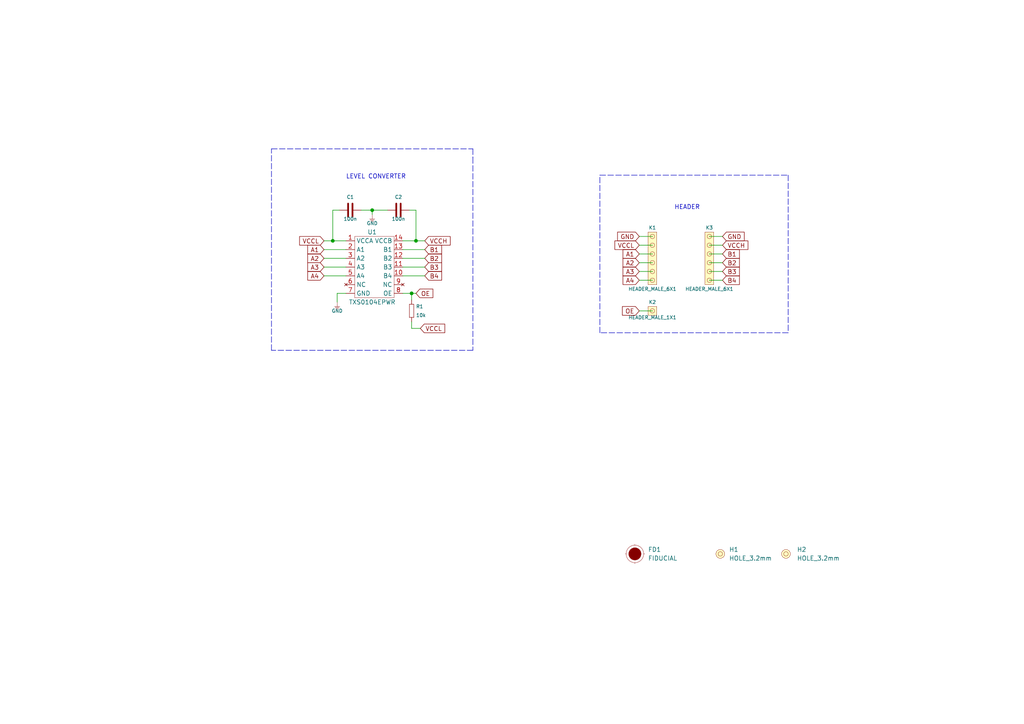
<source format=kicad_sch>
(kicad_sch (version 20211123) (generator eeschema)

  (uuid b92d3455-ff43-4e94-9eb5-f7f5d82b6c94)

  (paper "A4")

  (title_block
    (title "IC level converter")
    (date "2021-04-21")
    (rev "v1.0.0.")
    (company "SOLDERED")
    (comment 1 "333016")
  )

  (lib_symbols
    (symbol "e-radionica.com schematics:0603C" (pin_numbers hide) (pin_names (offset 0.002)) (in_bom yes) (on_board yes)
      (property "Reference" "C" (id 0) (at -0.635 3.175 0)
        (effects (font (size 1 1)))
      )
      (property "Value" "0603C" (id 1) (at 0 -3.175 0)
        (effects (font (size 1 1)))
      )
      (property "Footprint" "e-radionica.com footprinti:0603C" (id 2) (at 0 0 0)
        (effects (font (size 1 1)) hide)
      )
      (property "Datasheet" "" (id 3) (at 0 0 0)
        (effects (font (size 1 1)) hide)
      )
      (symbol "0603C_0_1"
        (polyline
          (pts
            (xy -0.635 1.905)
            (xy -0.635 -1.905)
          )
          (stroke (width 0.5) (type default) (color 0 0 0 0))
          (fill (type none))
        )
        (polyline
          (pts
            (xy 0.635 1.905)
            (xy 0.635 -1.905)
          )
          (stroke (width 0.5) (type default) (color 0 0 0 0))
          (fill (type none))
        )
      )
      (symbol "0603C_1_1"
        (pin passive line (at -3.175 0 0) (length 2.54)
          (name "~" (effects (font (size 1.27 1.27))))
          (number "1" (effects (font (size 1.27 1.27))))
        )
        (pin passive line (at 3.175 0 180) (length 2.54)
          (name "~" (effects (font (size 1.27 1.27))))
          (number "2" (effects (font (size 1.27 1.27))))
        )
      )
    )
    (symbol "e-radionica.com schematics:0603R" (pin_numbers hide) (pin_names (offset 0.254)) (in_bom yes) (on_board yes)
      (property "Reference" "R" (id 0) (at -1.905 1.905 0)
        (effects (font (size 1 1)))
      )
      (property "Value" "0603R" (id 1) (at 0 -1.905 0)
        (effects (font (size 1 1)))
      )
      (property "Footprint" "e-radionica.com footprinti:0603R" (id 2) (at -0.635 1.905 0)
        (effects (font (size 1 1)) hide)
      )
      (property "Datasheet" "" (id 3) (at -0.635 1.905 0)
        (effects (font (size 1 1)) hide)
      )
      (symbol "0603R_0_1"
        (rectangle (start -1.905 -0.635) (end 1.905 -0.6604)
          (stroke (width 0.1) (type default) (color 0 0 0 0))
          (fill (type none))
        )
        (rectangle (start -1.905 0.635) (end -1.8796 -0.635)
          (stroke (width 0.1) (type default) (color 0 0 0 0))
          (fill (type none))
        )
        (rectangle (start -1.905 0.635) (end 1.905 0.6096)
          (stroke (width 0.1) (type default) (color 0 0 0 0))
          (fill (type none))
        )
        (rectangle (start 1.905 0.635) (end 1.9304 -0.635)
          (stroke (width 0.1) (type default) (color 0 0 0 0))
          (fill (type none))
        )
      )
      (symbol "0603R_1_1"
        (pin passive line (at -3.175 0 0) (length 1.27)
          (name "~" (effects (font (size 1.27 1.27))))
          (number "1" (effects (font (size 1.27 1.27))))
        )
        (pin passive line (at 3.175 0 180) (length 1.27)
          (name "~" (effects (font (size 1.27 1.27))))
          (number "2" (effects (font (size 1.27 1.27))))
        )
      )
    )
    (symbol "e-radionica.com schematics:FIDUCIAL" (in_bom yes) (on_board yes)
      (property "Reference" "FD" (id 0) (at 0 3.81 0)
        (effects (font (size 1.27 1.27)))
      )
      (property "Value" "FIDUCIAL" (id 1) (at 0 -3.81 0)
        (effects (font (size 1.27 1.27)))
      )
      (property "Footprint" "e-radionica.com footprinti:FIDUCIAL_23" (id 2) (at 0.254 -5.334 0)
        (effects (font (size 1.27 1.27)) hide)
      )
      (property "Datasheet" "" (id 3) (at 0 0 0)
        (effects (font (size 1.27 1.27)) hide)
      )
      (symbol "FIDUCIAL_0_1"
        (polyline
          (pts
            (xy -2.54 0)
            (xy -2.794 0)
          )
          (stroke (width 0.0006) (type default) (color 0 0 0 0))
          (fill (type none))
        )
        (polyline
          (pts
            (xy 0 -2.54)
            (xy 0 -2.794)
          )
          (stroke (width 0.0006) (type default) (color 0 0 0 0))
          (fill (type none))
        )
        (polyline
          (pts
            (xy 0 2.54)
            (xy 0 2.794)
          )
          (stroke (width 0.0006) (type default) (color 0 0 0 0))
          (fill (type none))
        )
        (polyline
          (pts
            (xy 2.54 0)
            (xy 2.794 0)
          )
          (stroke (width 0.0006) (type default) (color 0 0 0 0))
          (fill (type none))
        )
        (circle (center 0 0) (radius 1.7961)
          (stroke (width 0.001) (type default) (color 0 0 0 0))
          (fill (type outline))
        )
        (circle (center 0 0) (radius 2.54)
          (stroke (width 0.0006) (type default) (color 0 0 0 0))
          (fill (type none))
        )
      )
    )
    (symbol "e-radionica.com schematics:GND" (power) (pin_names (offset 0)) (in_bom yes) (on_board yes)
      (property "Reference" "#PWR" (id 0) (at 4.445 0 0)
        (effects (font (size 1 1)) hide)
      )
      (property "Value" "GND" (id 1) (at 0 -2.921 0)
        (effects (font (size 1 1)))
      )
      (property "Footprint" "" (id 2) (at 4.445 3.81 0)
        (effects (font (size 1 1)) hide)
      )
      (property "Datasheet" "" (id 3) (at 4.445 3.81 0)
        (effects (font (size 1 1)) hide)
      )
      (property "ki_keywords" "power-flag" (id 4) (at 0 0 0)
        (effects (font (size 1.27 1.27)) hide)
      )
      (property "ki_description" "Power symbol creates a global label with name \"+3V3\"" (id 5) (at 0 0 0)
        (effects (font (size 1.27 1.27)) hide)
      )
      (symbol "GND_0_1"
        (polyline
          (pts
            (xy -0.762 -1.27)
            (xy 0.762 -1.27)
          )
          (stroke (width 0.0006) (type default) (color 0 0 0 0))
          (fill (type none))
        )
        (polyline
          (pts
            (xy -0.635 -1.524)
            (xy 0.635 -1.524)
          )
          (stroke (width 0.0006) (type default) (color 0 0 0 0))
          (fill (type none))
        )
        (polyline
          (pts
            (xy -0.381 -1.778)
            (xy 0.381 -1.778)
          )
          (stroke (width 0.0006) (type default) (color 0 0 0 0))
          (fill (type none))
        )
        (polyline
          (pts
            (xy -0.127 -2.032)
            (xy 0.127 -2.032)
          )
          (stroke (width 0.0006) (type default) (color 0 0 0 0))
          (fill (type none))
        )
        (polyline
          (pts
            (xy 0 0)
            (xy 0 -1.27)
          )
          (stroke (width 0.0006) (type default) (color 0 0 0 0))
          (fill (type none))
        )
      )
      (symbol "GND_1_1"
        (pin power_in line (at 0 0 270) (length 0) hide
          (name "GND" (effects (font (size 1.27 1.27))))
          (number "1" (effects (font (size 1.27 1.27))))
        )
      )
    )
    (symbol "e-radionica.com schematics:HEADER_MALE_1X1" (pin_numbers hide) (pin_names hide) (in_bom yes) (on_board yes)
      (property "Reference" "K" (id 0) (at -0.635 2.54 0)
        (effects (font (size 1 1)))
      )
      (property "Value" "HEADER_MALE_1X1" (id 1) (at 0 -2.54 0)
        (effects (font (size 1 1)))
      )
      (property "Footprint" "e-radionica.com footprinti:HEADER_MALE_1X1" (id 2) (at 0 0 0)
        (effects (font (size 1 1)) hide)
      )
      (property "Datasheet" "" (id 3) (at 0 0 0)
        (effects (font (size 1 1)) hide)
      )
      (symbol "HEADER_MALE_1X1_0_1"
        (rectangle (start -1.27 1.27) (end 1.27 -1.27)
          (stroke (width 0.001) (type default) (color 0 0 0 0))
          (fill (type background))
        )
        (circle (center 0 0) (radius 0.635)
          (stroke (width 0.0006) (type default) (color 0 0 0 0))
          (fill (type none))
        )
      )
      (symbol "HEADER_MALE_1X1_1_1"
        (pin passive line (at 0 0 180) (length 0)
          (name "~" (effects (font (size 1 1))))
          (number "1" (effects (font (size 1 1))))
        )
      )
    )
    (symbol "e-radionica.com schematics:HEADER_MALE_6X1" (pin_numbers hide) (pin_names hide) (in_bom yes) (on_board yes)
      (property "Reference" "K" (id 0) (at -0.635 10.16 0)
        (effects (font (size 1 1)))
      )
      (property "Value" "HEADER_MALE_6X1" (id 1) (at 1.27 -7.62 0)
        (effects (font (size 1 1)))
      )
      (property "Footprint" "e-radionica.com footprinti:HEADER_MALE_6X1" (id 2) (at 0 0 0)
        (effects (font (size 1 1)) hide)
      )
      (property "Datasheet" "" (id 3) (at 0 0 0)
        (effects (font (size 1 1)) hide)
      )
      (symbol "HEADER_MALE_6X1_0_1"
        (circle (center 0 -5.08) (radius 0.635)
          (stroke (width 0.0006) (type default) (color 0 0 0 0))
          (fill (type none))
        )
        (circle (center 0 -2.54) (radius 0.635)
          (stroke (width 0.0006) (type default) (color 0 0 0 0))
          (fill (type none))
        )
        (circle (center 0 0) (radius 0.635)
          (stroke (width 0.0006) (type default) (color 0 0 0 0))
          (fill (type none))
        )
        (circle (center 0 2.54) (radius 0.635)
          (stroke (width 0.0006) (type default) (color 0 0 0 0))
          (fill (type none))
        )
        (circle (center 0 5.08) (radius 0.635)
          (stroke (width 0.0006) (type default) (color 0 0 0 0))
          (fill (type none))
        )
        (circle (center 0 7.62) (radius 0.635)
          (stroke (width 0.0006) (type default) (color 0 0 0 0))
          (fill (type none))
        )
        (rectangle (start 1.27 -6.35) (end -1.27 8.89)
          (stroke (width 0.001) (type default) (color 0 0 0 0))
          (fill (type background))
        )
      )
      (symbol "HEADER_MALE_6X1_1_1"
        (pin passive line (at 0 -5.08 180) (length 0)
          (name "~" (effects (font (size 0.991 0.991))))
          (number "1" (effects (font (size 0.991 0.991))))
        )
        (pin passive line (at 0 -2.54 180) (length 0)
          (name "~" (effects (font (size 0.991 0.991))))
          (number "2" (effects (font (size 0.991 0.991))))
        )
        (pin passive line (at 0 0 180) (length 0)
          (name "~" (effects (font (size 0.991 0.991))))
          (number "3" (effects (font (size 0.991 0.991))))
        )
        (pin passive line (at 0 2.54 180) (length 0)
          (name "~" (effects (font (size 0.991 0.991))))
          (number "4" (effects (font (size 0.991 0.991))))
        )
        (pin passive line (at 0 5.08 180) (length 0)
          (name "~" (effects (font (size 0.991 0.991))))
          (number "5" (effects (font (size 0.991 0.991))))
        )
        (pin passive line (at 0 7.62 180) (length 0)
          (name "~" (effects (font (size 0.991 0.991))))
          (number "6" (effects (font (size 0.991 0.991))))
        )
      )
    )
    (symbol "e-radionica.com schematics:HOLE_3.2mm" (pin_numbers hide) (pin_names hide) (in_bom yes) (on_board yes)
      (property "Reference" "H" (id 0) (at 0 2.54 0)
        (effects (font (size 1.27 1.27)))
      )
      (property "Value" "HOLE_3.2mm" (id 1) (at 0 -2.54 0)
        (effects (font (size 1.27 1.27)))
      )
      (property "Footprint" "e-radionica.com footprinti:HOLE_3.2mm" (id 2) (at 0 0 0)
        (effects (font (size 1.27 1.27)) hide)
      )
      (property "Datasheet" "" (id 3) (at 0 0 0)
        (effects (font (size 1.27 1.27)) hide)
      )
      (symbol "HOLE_3.2mm_0_1"
        (circle (center 0 0) (radius 0.635)
          (stroke (width 0.0006) (type default) (color 0 0 0 0))
          (fill (type none))
        )
        (circle (center 0 0) (radius 1.27)
          (stroke (width 0.001) (type default) (color 0 0 0 0))
          (fill (type background))
        )
      )
    )
    (symbol "e-radionica.com schematics:TXB0104QPWRQ1" (in_bom yes) (on_board yes)
      (property "Reference" "U" (id 0) (at 0 8.89 0)
        (effects (font (size 1.27 1.27)))
      )
      (property "Value" "TXB0104QPWRQ1" (id 1) (at 0 -11.43 0)
        (effects (font (size 1.27 1.27)))
      )
      (property "Footprint" "e-radionica.com footprinti:TXB0104QPWRQ1" (id 2) (at 0 -13.97 0)
        (effects (font (size 1.27 1.27)) hide)
      )
      (property "Datasheet" "" (id 3) (at 0 0 0)
        (effects (font (size 1.27 1.27)) hide)
      )
      (symbol "TXB0104QPWRQ1_0_1"
        (rectangle (start -5.08 7.62) (end 6.35 -10.16)
          (stroke (width 0.0006) (type default) (color 0 0 0 0))
          (fill (type none))
        )
      )
      (symbol "TXB0104QPWRQ1_1_1"
        (pin power_in line (at -7.62 6.35 0) (length 2.54)
          (name "VCCA" (effects (font (size 1.27 1.27))))
          (number "1" (effects (font (size 1.27 1.27))))
        )
        (pin passive line (at 8.89 -3.81 180) (length 2.54)
          (name "B4" (effects (font (size 1.27 1.27))))
          (number "10" (effects (font (size 1.27 1.27))))
        )
        (pin passive line (at 8.89 -1.27 180) (length 2.54)
          (name "B3" (effects (font (size 1.27 1.27))))
          (number "11" (effects (font (size 1.27 1.27))))
        )
        (pin passive line (at 8.89 1.27 180) (length 2.54)
          (name "B2" (effects (font (size 1.27 1.27))))
          (number "12" (effects (font (size 1.27 1.27))))
        )
        (pin passive line (at 8.89 3.81 180) (length 2.54)
          (name "B1" (effects (font (size 1.27 1.27))))
          (number "13" (effects (font (size 1.27 1.27))))
        )
        (pin power_out line (at 8.89 6.35 180) (length 2.54)
          (name "VCCB" (effects (font (size 1.27 1.27))))
          (number "14" (effects (font (size 1.27 1.27))))
        )
        (pin passive line (at -7.62 3.81 0) (length 2.54)
          (name "A1" (effects (font (size 1.27 1.27))))
          (number "2" (effects (font (size 1.27 1.27))))
        )
        (pin passive line (at -7.62 1.27 0) (length 2.54)
          (name "A2" (effects (font (size 1.27 1.27))))
          (number "3" (effects (font (size 1.27 1.27))))
        )
        (pin passive line (at -7.62 -1.27 0) (length 2.54)
          (name "A3" (effects (font (size 1.27 1.27))))
          (number "4" (effects (font (size 1.27 1.27))))
        )
        (pin passive line (at -7.62 -3.81 0) (length 2.54)
          (name "A4" (effects (font (size 1.27 1.27))))
          (number "5" (effects (font (size 1.27 1.27))))
        )
        (pin no_connect line (at -7.62 -6.35 0) (length 2.54)
          (name "NC" (effects (font (size 1.27 1.27))))
          (number "6" (effects (font (size 1.27 1.27))))
        )
        (pin passive line (at -7.62 -8.89 0) (length 2.54)
          (name "GND" (effects (font (size 1.27 1.27))))
          (number "7" (effects (font (size 1.27 1.27))))
        )
        (pin passive line (at 8.89 -8.89 180) (length 2.54)
          (name "OE" (effects (font (size 1.27 1.27))))
          (number "8" (effects (font (size 1.27 1.27))))
        )
        (pin no_connect line (at 8.89 -6.35 180) (length 2.54)
          (name "NC" (effects (font (size 1.27 1.27))))
          (number "9" (effects (font (size 1.27 1.27))))
        )
      )
    )
  )

  (junction (at 107.95 60.96) (diameter 0.9144) (color 0 0 0 0)
    (uuid 2d6db888-4e40-41c8-b701-07170fc894bc)
  )
  (junction (at 120.65 69.85) (diameter 0.9144) (color 0 0 0 0)
    (uuid 5528bcad-2950-4673-90eb-c37e6952c475)
  )
  (junction (at 96.52 69.85) (diameter 0.9144) (color 0 0 0 0)
    (uuid 66043bca-a260-4915-9fce-8a51d324c687)
  )
  (junction (at 119.38 85.09) (diameter 0.9144) (color 0 0 0 0)
    (uuid 7bbf981c-a063-4e30-8911-e4228e1c0743)
  )

  (wire (pts (xy 118.745 60.96) (xy 120.65 60.96))
    (stroke (width 0) (type solid) (color 0 0 0 0))
    (uuid 08037e00-239d-44e0-ac5b-47db2a8353af)
  )
  (wire (pts (xy 120.65 60.96) (xy 120.65 69.85))
    (stroke (width 0) (type solid) (color 0 0 0 0))
    (uuid 08037e00-239d-44e0-ac5b-47db2a8353b0)
  )
  (wire (pts (xy 185.42 78.74) (xy 189.23 78.74))
    (stroke (width 0) (type solid) (color 0 0 0 0))
    (uuid 0d2a2b8e-9bbe-43a5-8da1-420d39b3b54e)
  )
  (wire (pts (xy 119.38 93.345) (xy 119.38 95.25))
    (stroke (width 0) (type solid) (color 0 0 0 0))
    (uuid 0d6f86c1-924f-4cc9-8be3-d97e13daf9ad)
  )
  (wire (pts (xy 205.74 71.12) (xy 209.55 71.12))
    (stroke (width 0) (type solid) (color 0 0 0 0))
    (uuid 1a7a8465-18b0-4c53-8328-7c10608db5a9)
  )
  (wire (pts (xy 96.52 60.96) (xy 98.425 60.96))
    (stroke (width 0) (type solid) (color 0 0 0 0))
    (uuid 1a87c123-a658-4098-b2c1-cc9cc8ecd348)
  )
  (wire (pts (xy 93.98 77.47) (xy 100.33 77.47))
    (stroke (width 0) (type solid) (color 0 0 0 0))
    (uuid 202633ac-e6e7-4f46-a760-390c99b04637)
  )
  (polyline (pts (xy 78.74 43.18) (xy 137.16 43.18))
    (stroke (width 0) (type dash) (color 0 0 0 0))
    (uuid 21a542c6-5454-4e12-9abd-f343748beabd)
  )
  (polyline (pts (xy 78.74 101.6) (xy 78.74 43.18))
    (stroke (width 0) (type dash) (color 0 0 0 0))
    (uuid 21a542c6-5454-4e12-9abd-f343748beabe)
  )
  (polyline (pts (xy 137.16 43.18) (xy 137.16 45.72))
    (stroke (width 0) (type dash) (color 0 0 0 0))
    (uuid 21a542c6-5454-4e12-9abd-f343748beabf)
  )
  (polyline (pts (xy 137.16 45.72) (xy 137.16 101.6))
    (stroke (width 0) (type dash) (color 0 0 0 0))
    (uuid 21a542c6-5454-4e12-9abd-f343748beac0)
  )
  (polyline (pts (xy 137.16 101.6) (xy 78.74 101.6))
    (stroke (width 0) (type dash) (color 0 0 0 0))
    (uuid 21a542c6-5454-4e12-9abd-f343748beac1)
  )

  (wire (pts (xy 116.84 74.93) (xy 123.19 74.93))
    (stroke (width 0) (type solid) (color 0 0 0 0))
    (uuid 267a8733-f9a3-432f-940b-edefd826fb63)
  )
  (wire (pts (xy 116.84 77.47) (xy 123.19 77.47))
    (stroke (width 0) (type solid) (color 0 0 0 0))
    (uuid 2c7a98c1-0bca-422e-8af8-bee489b8d492)
  )
  (wire (pts (xy 97.79 85.09) (xy 97.79 87.63))
    (stroke (width 0) (type solid) (color 0 0 0 0))
    (uuid 2d704423-3b15-4e20-a692-567ed9c66bf3)
  )
  (wire (pts (xy 100.33 85.09) (xy 97.79 85.09))
    (stroke (width 0) (type solid) (color 0 0 0 0))
    (uuid 2d704423-3b15-4e20-a692-567ed9c66bf4)
  )
  (wire (pts (xy 104.775 60.96) (xy 107.95 60.96))
    (stroke (width 0) (type solid) (color 0 0 0 0))
    (uuid 32856f45-ff00-4e47-b23c-3b7a07ec3952)
  )
  (wire (pts (xy 185.42 68.58) (xy 189.23 68.58))
    (stroke (width 0) (type solid) (color 0 0 0 0))
    (uuid 3cfdce38-9279-4873-a40d-5d81f0a312d5)
  )
  (wire (pts (xy 93.98 72.39) (xy 100.33 72.39))
    (stroke (width 0) (type solid) (color 0 0 0 0))
    (uuid 4551dd1e-f383-49fb-822d-382bcc5ba079)
  )
  (wire (pts (xy 116.84 69.85) (xy 120.65 69.85))
    (stroke (width 0) (type solid) (color 0 0 0 0))
    (uuid 4ba19037-dfb3-468c-b125-1369432d3173)
  )
  (wire (pts (xy 120.65 69.85) (xy 123.19 69.85))
    (stroke (width 0) (type solid) (color 0 0 0 0))
    (uuid 4ba19037-dfb3-468c-b125-1369432d3174)
  )
  (wire (pts (xy 93.98 74.93) (xy 100.33 74.93))
    (stroke (width 0) (type solid) (color 0 0 0 0))
    (uuid 4c401285-a8cc-4d34-88a5-e98994a5550d)
  )
  (wire (pts (xy 107.95 60.96) (xy 107.95 62.23))
    (stroke (width 0) (type solid) (color 0 0 0 0))
    (uuid 4cb46c2b-2130-453b-96a4-4b761a87bee2)
  )
  (wire (pts (xy 112.395 60.96) (xy 107.95 60.96))
    (stroke (width 0) (type solid) (color 0 0 0 0))
    (uuid 4cb46c2b-2130-453b-96a4-4b761a87bee3)
  )
  (wire (pts (xy 116.84 72.39) (xy 123.19 72.39))
    (stroke (width 0) (type solid) (color 0 0 0 0))
    (uuid 57b04498-b57a-4831-8cc8-dda9f822e87a)
  )
  (wire (pts (xy 96.52 69.85) (xy 100.33 69.85))
    (stroke (width 0) (type solid) (color 0 0 0 0))
    (uuid 60db580b-d63e-4f88-b96e-76e97acd174e)
  )
  (wire (pts (xy 205.74 68.58) (xy 209.55 68.58))
    (stroke (width 0) (type solid) (color 0 0 0 0))
    (uuid 6992a737-d864-44cf-8439-cfd781176884)
  )
  (wire (pts (xy 185.42 76.2) (xy 189.23 76.2))
    (stroke (width 0) (type solid) (color 0 0 0 0))
    (uuid 859da3d2-62a9-41ac-bc4f-4544c473efa7)
  )
  (wire (pts (xy 93.98 80.01) (xy 100.33 80.01))
    (stroke (width 0) (type solid) (color 0 0 0 0))
    (uuid 8614b4e7-7aef-4756-9422-20768361d933)
  )
  (wire (pts (xy 116.84 85.09) (xy 119.38 85.09))
    (stroke (width 0) (type solid) (color 0 0 0 0))
    (uuid 86e0c7ac-fc8e-4ad0-af0d-9d04646af318)
  )
  (wire (pts (xy 119.38 85.09) (xy 119.38 86.995))
    (stroke (width 0) (type solid) (color 0 0 0 0))
    (uuid 86e0c7ac-fc8e-4ad0-af0d-9d04646af319)
  )
  (wire (pts (xy 185.42 73.66) (xy 189.23 73.66))
    (stroke (width 0) (type solid) (color 0 0 0 0))
    (uuid 9b92b5db-8291-4cce-9aeb-c7ba44e5d954)
  )
  (wire (pts (xy 119.38 85.09) (xy 120.65 85.09))
    (stroke (width 0) (type solid) (color 0 0 0 0))
    (uuid 9d2b7cfb-8182-4760-b5f9-47afa45c758c)
  )
  (wire (pts (xy 119.38 95.25) (xy 121.92 95.25))
    (stroke (width 0) (type solid) (color 0 0 0 0))
    (uuid 9eeae554-4ea4-40e3-a8f7-34040b634a27)
  )
  (wire (pts (xy 205.74 78.74) (xy 209.55 78.74))
    (stroke (width 0) (type solid) (color 0 0 0 0))
    (uuid af9d1d60-4320-4da0-94b8-832995557ddc)
  )
  (wire (pts (xy 205.74 76.2) (xy 209.55 76.2))
    (stroke (width 0) (type solid) (color 0 0 0 0))
    (uuid b50a352c-008d-4418-9296-4ec10dcea641)
  )
  (polyline (pts (xy 173.99 50.8) (xy 228.6 50.8))
    (stroke (width 0) (type dash) (color 0 0 0 0))
    (uuid c33f8c79-ce85-4a1d-845b-5efd21ec0d6c)
  )
  (polyline (pts (xy 173.99 96.52) (xy 173.99 50.8))
    (stroke (width 0) (type dash) (color 0 0 0 0))
    (uuid c33f8c79-ce85-4a1d-845b-5efd21ec0d6d)
  )
  (polyline (pts (xy 228.6 50.8) (xy 228.6 96.52))
    (stroke (width 0) (type dash) (color 0 0 0 0))
    (uuid c33f8c79-ce85-4a1d-845b-5efd21ec0d6e)
  )
  (polyline (pts (xy 228.6 96.52) (xy 173.99 96.52))
    (stroke (width 0) (type dash) (color 0 0 0 0))
    (uuid c33f8c79-ce85-4a1d-845b-5efd21ec0d6f)
  )

  (wire (pts (xy 205.74 73.66) (xy 209.55 73.66))
    (stroke (width 0) (type solid) (color 0 0 0 0))
    (uuid c662a511-65a5-4706-b3a7-134ecaf204d8)
  )
  (wire (pts (xy 116.84 80.01) (xy 123.19 80.01))
    (stroke (width 0) (type solid) (color 0 0 0 0))
    (uuid ca1196e8-6333-4871-8e4c-602f76336079)
  )
  (wire (pts (xy 185.42 71.12) (xy 189.23 71.12))
    (stroke (width 0) (type solid) (color 0 0 0 0))
    (uuid ca2ab8ff-6fbf-4aa3-97e8-b56999720c23)
  )
  (wire (pts (xy 185.42 90.17) (xy 189.23 90.17))
    (stroke (width 0) (type solid) (color 0 0 0 0))
    (uuid dccb9578-e735-4e8f-8c88-3a4c084ad192)
  )
  (wire (pts (xy 205.74 81.28) (xy 209.55 81.28))
    (stroke (width 0) (type solid) (color 0 0 0 0))
    (uuid e9392ccc-df5d-4e19-8a16-32bd02b07a6e)
  )
  (wire (pts (xy 96.52 60.96) (xy 96.52 69.85))
    (stroke (width 0) (type solid) (color 0 0 0 0))
    (uuid fb1480f1-695c-468d-85b4-591bd2711a5e)
  )
  (wire (pts (xy 96.52 69.85) (xy 93.98 69.85))
    (stroke (width 0) (type solid) (color 0 0 0 0))
    (uuid fb1480f1-695c-468d-85b4-591bd2711a5f)
  )
  (wire (pts (xy 185.42 81.28) (xy 189.23 81.28))
    (stroke (width 0) (type solid) (color 0 0 0 0))
    (uuid fc7e881b-0b33-48f3-ad9c-49824c18d085)
  )

  (text "HEADER" (at 195.58 60.96 0)
    (effects (font (size 1.27 1.27)) (justify left bottom))
    (uuid 92078b2f-8484-4cfa-8955-6027603b9f21)
  )
  (text "LEVEL CONVERTER" (at 100.33 52.07 0)
    (effects (font (size 1.27 1.27)) (justify left bottom))
    (uuid eff462b6-895e-4bef-9733-2aae7d032f07)
  )

  (global_label "A4" (shape input) (at 93.98 80.01 180)
    (effects (font (size 1.27 1.27)) (justify right))
    (uuid 2219c41e-8ef5-4d1f-bc4b-46f87a4c081b)
    (property "Intersheet References" "${INTERSHEET_REFS}" (id 0) (at 87.7448 79.9306 0)
      (effects (font (size 1.27 1.27)) (justify right) hide)
    )
  )
  (global_label "B3" (shape input) (at 123.19 77.47 0)
    (effects (font (size 1.27 1.27)) (justify left))
    (uuid 349ee487-1783-4f62-8eb0-469a4fd66cb5)
    (property "Intersheet References" "${INTERSHEET_REFS}" (id 0) (at 129.6066 77.3906 0)
      (effects (font (size 1.27 1.27)) (justify left) hide)
    )
  )
  (global_label "VCCH" (shape input) (at 209.55 71.12 0)
    (effects (font (size 1.27 1.27)) (justify left))
    (uuid 3a656b04-2b44-40ce-9953-876211996fc8)
    (property "Intersheet References" "${INTERSHEET_REFS}" (id 0) (at 218.4461 71.0406 0)
      (effects (font (size 1.27 1.27)) (justify left) hide)
    )
  )
  (global_label "A3" (shape input) (at 185.42 78.74 180)
    (effects (font (size 1.27 1.27)) (justify right))
    (uuid 4544eb3d-ab4c-4df8-bd1e-b7d8b8f7c497)
    (property "Intersheet References" "${INTERSHEET_REFS}" (id 0) (at 179.1848 78.6606 0)
      (effects (font (size 1.27 1.27)) (justify right) hide)
    )
  )
  (global_label "VCCL" (shape input) (at 93.98 69.85 180)
    (effects (font (size 1.27 1.27)) (justify right))
    (uuid 577863d0-9467-4dd6-a757-8caec4db228e)
    (property "Intersheet References" "${INTERSHEET_REFS}" (id 0) (at 85.3862 69.7706 0)
      (effects (font (size 1.27 1.27)) (justify right) hide)
    )
  )
  (global_label "B3" (shape input) (at 209.55 78.74 0)
    (effects (font (size 1.27 1.27)) (justify left))
    (uuid 5ba72a34-69ab-4dd7-ac08-4fc10be23708)
    (property "Intersheet References" "${INTERSHEET_REFS}" (id 0) (at 215.9666 78.6606 0)
      (effects (font (size 1.27 1.27)) (justify left) hide)
    )
  )
  (global_label "B4" (shape input) (at 123.19 80.01 0)
    (effects (font (size 1.27 1.27)) (justify left))
    (uuid 5ca717f8-0eb4-4d8f-9690-c0235df247d4)
    (property "Intersheet References" "${INTERSHEET_REFS}" (id 0) (at 129.6066 79.9306 0)
      (effects (font (size 1.27 1.27)) (justify left) hide)
    )
  )
  (global_label "OE" (shape input) (at 120.65 85.09 0)
    (effects (font (size 1.27 1.27)) (justify left))
    (uuid 5cdc9145-b66f-4c58-af5e-e45498fc350e)
    (property "Intersheet References" "${INTERSHEET_REFS}" (id 0) (at 127.0666 85.0106 0)
      (effects (font (size 1.27 1.27)) (justify left) hide)
    )
  )
  (global_label "GND" (shape input) (at 185.42 68.58 180)
    (effects (font (size 1.27 1.27)) (justify right))
    (uuid 629b68fd-a11e-4218-a985-b030ce409f9c)
    (property "Intersheet References" "${INTERSHEET_REFS}" (id 0) (at 177.6124 68.6594 0)
      (effects (font (size 1.27 1.27)) (justify right) hide)
    )
  )
  (global_label "A2" (shape input) (at 185.42 76.2 180)
    (effects (font (size 1.27 1.27)) (justify right))
    (uuid 6aacb6da-41da-40d0-8eb7-3cc2a8ba1e7f)
    (property "Intersheet References" "${INTERSHEET_REFS}" (id 0) (at 179.1848 76.1206 0)
      (effects (font (size 1.27 1.27)) (justify right) hide)
    )
  )
  (global_label "B2" (shape input) (at 123.19 74.93 0)
    (effects (font (size 1.27 1.27)) (justify left))
    (uuid 773ec75f-1efc-4309-aede-1f824e54d184)
    (property "Intersheet References" "${INTERSHEET_REFS}" (id 0) (at 129.6066 74.8506 0)
      (effects (font (size 1.27 1.27)) (justify left) hide)
    )
  )
  (global_label "B4" (shape input) (at 209.55 81.28 0)
    (effects (font (size 1.27 1.27)) (justify left))
    (uuid 8301a2e1-6bb9-465c-af3a-7c322c50fccd)
    (property "Intersheet References" "${INTERSHEET_REFS}" (id 0) (at 215.9666 81.2006 0)
      (effects (font (size 1.27 1.27)) (justify left) hide)
    )
  )
  (global_label "B2" (shape input) (at 209.55 76.2 0)
    (effects (font (size 1.27 1.27)) (justify left))
    (uuid 89ae776d-cc52-45a9-834b-9b3b09040d53)
    (property "Intersheet References" "${INTERSHEET_REFS}" (id 0) (at 215.9666 76.1206 0)
      (effects (font (size 1.27 1.27)) (justify left) hide)
    )
  )
  (global_label "B1" (shape input) (at 209.55 73.66 0)
    (effects (font (size 1.27 1.27)) (justify left))
    (uuid 8b1a3698-8bfa-44f6-a745-bd409de072af)
    (property "Intersheet References" "${INTERSHEET_REFS}" (id 0) (at 215.9666 73.5806 0)
      (effects (font (size 1.27 1.27)) (justify left) hide)
    )
  )
  (global_label "VCCL" (shape input) (at 185.42 71.12 180)
    (effects (font (size 1.27 1.27)) (justify right))
    (uuid 8da2f5c5-0291-4681-8099-272450c79568)
    (property "Intersheet References" "${INTERSHEET_REFS}" (id 0) (at 176.8262 71.0406 0)
      (effects (font (size 1.27 1.27)) (justify right) hide)
    )
  )
  (global_label "VCCL" (shape input) (at 121.92 95.25 0)
    (effects (font (size 1.27 1.27)) (justify left))
    (uuid 91cf1ed4-572b-4148-8f4c-be7d70b0f9df)
    (property "Intersheet References" "${INTERSHEET_REFS}" (id 0) (at 130.5138 95.3294 0)
      (effects (font (size 1.27 1.27)) (justify left) hide)
    )
  )
  (global_label "A2" (shape input) (at 93.98 74.93 180)
    (effects (font (size 1.27 1.27)) (justify right))
    (uuid 99daf828-034c-442a-a2dc-203e61a36205)
    (property "Intersheet References" "${INTERSHEET_REFS}" (id 0) (at 87.7448 74.8506 0)
      (effects (font (size 1.27 1.27)) (justify right) hide)
    )
  )
  (global_label "B1" (shape input) (at 123.19 72.39 0)
    (effects (font (size 1.27 1.27)) (justify left))
    (uuid a3f38751-9b43-4b0c-8f86-233d09957a68)
    (property "Intersheet References" "${INTERSHEET_REFS}" (id 0) (at 129.6066 72.3106 0)
      (effects (font (size 1.27 1.27)) (justify left) hide)
    )
  )
  (global_label "VCCH" (shape input) (at 123.19 69.85 0)
    (effects (font (size 1.27 1.27)) (justify left))
    (uuid a7ee79a0-abe4-45f8-a120-49c5991acd8a)
    (property "Intersheet References" "${INTERSHEET_REFS}" (id 0) (at 132.0861 69.7706 0)
      (effects (font (size 1.27 1.27)) (justify left) hide)
    )
  )
  (global_label "GND" (shape input) (at 209.55 68.58 0)
    (effects (font (size 1.27 1.27)) (justify left))
    (uuid b4e2c7ea-a1de-498c-9bf8-30c9991b42e2)
    (property "Intersheet References" "${INTERSHEET_REFS}" (id 0) (at 217.3576 68.5006 0)
      (effects (font (size 1.27 1.27)) (justify left) hide)
    )
  )
  (global_label "A3" (shape input) (at 93.98 77.47 180)
    (effects (font (size 1.27 1.27)) (justify right))
    (uuid b5ff50d2-7b29-4177-b2f7-a1d4ae7751b9)
    (property "Intersheet References" "${INTERSHEET_REFS}" (id 0) (at 87.7448 77.3906 0)
      (effects (font (size 1.27 1.27)) (justify right) hide)
    )
  )
  (global_label "OE" (shape input) (at 185.42 90.17 180)
    (effects (font (size 1.27 1.27)) (justify right))
    (uuid c16022a7-16cb-461e-a2d8-97c38547407c)
    (property "Intersheet References" "${INTERSHEET_REFS}" (id 0) (at 179.0034 90.2494 0)
      (effects (font (size 1.27 1.27)) (justify right) hide)
    )
  )
  (global_label "A1" (shape input) (at 185.42 73.66 180)
    (effects (font (size 1.27 1.27)) (justify right))
    (uuid c757bc98-a55d-4390-858b-4754231ed268)
    (property "Intersheet References" "${INTERSHEET_REFS}" (id 0) (at 179.1848 73.5806 0)
      (effects (font (size 1.27 1.27)) (justify right) hide)
    )
  )
  (global_label "A4" (shape input) (at 185.42 81.28 180)
    (effects (font (size 1.27 1.27)) (justify right))
    (uuid e37339da-b11c-43dc-aa1a-7e03aff76c51)
    (property "Intersheet References" "${INTERSHEET_REFS}" (id 0) (at 179.1848 81.2006 0)
      (effects (font (size 1.27 1.27)) (justify right) hide)
    )
  )
  (global_label "A1" (shape input) (at 93.98 72.39 180)
    (effects (font (size 1.27 1.27)) (justify right))
    (uuid ef73e620-2e0c-4790-94b4-e9fd3442ce9e)
    (property "Intersheet References" "${INTERSHEET_REFS}" (id 0) (at 87.7448 72.3106 0)
      (effects (font (size 1.27 1.27)) (justify right) hide)
    )
  )

  (symbol (lib_id "e-radionica.com schematics:0603C") (at 115.57 60.96 0) (unit 1)
    (in_bom yes) (on_board yes)
    (uuid 15585ec5-00ac-4cec-853c-d450488cfcda)
    (property "Reference" "C2" (id 0) (at 115.57 57.15 0)
      (effects (font (size 1 1)))
    )
    (property "Value" "100n" (id 1) (at 115.57 63.5 0)
      (effects (font (size 1 1)))
    )
    (property "Footprint" "e-radionica.com footprinti:0603C" (id 2) (at 115.57 60.96 0)
      (effects (font (size 1 1)) hide)
    )
    (property "Datasheet" "" (id 3) (at 115.57 60.96 0)
      (effects (font (size 1 1)) hide)
    )
    (pin "1" (uuid c0410316-1bc7-4ee5-ae92-3a2ce9bbc711))
    (pin "2" (uuid fb4c43bb-5b57-47ac-b34a-446def152a74))
  )

  (symbol (lib_id "e-radionica.com schematics:GND") (at 107.95 62.23 0) (unit 1)
    (in_bom yes) (on_board yes)
    (uuid 15ccd8e2-1b1f-4516-8782-de2a939b9ad7)
    (property "Reference" "#PWR02" (id 0) (at 112.395 62.23 0)
      (effects (font (size 1 1)) hide)
    )
    (property "Value" "GND" (id 1) (at 107.95 64.77 0)
      (effects (font (size 1 1)))
    )
    (property "Footprint" "" (id 2) (at 112.395 58.42 0)
      (effects (font (size 1 1)) hide)
    )
    (property "Datasheet" "" (id 3) (at 112.395 58.42 0)
      (effects (font (size 1 1)) hide)
    )
    (pin "1" (uuid 6ddff08c-c804-4f7f-97fb-0168d04526f5))
  )

  (symbol (lib_id "e-radionica.com schematics:HEADER_MALE_6X1") (at 189.23 76.2 0) (unit 1)
    (in_bom yes) (on_board yes)
    (uuid 33e9a83d-336c-4cfd-9d4d-08d8375c0c5c)
    (property "Reference" "K1" (id 0) (at 189.23 66.04 0)
      (effects (font (size 1 1)))
    )
    (property "Value" "HEADER_MALE_6X1" (id 1) (at 189.23 83.82 0)
      (effects (font (size 1 1)))
    )
    (property "Footprint" "e-radionica.com footprinti:HEADER_MALE_6X1" (id 2) (at 189.23 76.2 0)
      (effects (font (size 1 1)) hide)
    )
    (property "Datasheet" "" (id 3) (at 189.23 76.2 0)
      (effects (font (size 1 1)) hide)
    )
    (pin "1" (uuid cbcc797d-5e50-4ca1-adec-345a1f45ec45))
    (pin "2" (uuid 20a8a9c0-2398-4408-862d-c8d197a3d960))
    (pin "3" (uuid babbe0f4-3717-48f8-b1bf-5d850dfcca56))
    (pin "4" (uuid f595d142-bb1b-4916-bd6b-f4b10dca2e76))
    (pin "5" (uuid 26692131-2b52-48d6-bc7e-f2c51408252b))
    (pin "6" (uuid 47378b9f-c7e9-4077-a187-c25a9af830a7))
  )

  (symbol (lib_id "e-radionica.com schematics:FIDUCIAL") (at 184.15 160.655 0) (unit 1)
    (in_bom yes) (on_board yes) (fields_autoplaced)
    (uuid 3914c5fb-2e98-4c97-b412-fc0555f67032)
    (property "Reference" "FD1" (id 0) (at 187.96 159.3849 0)
      (effects (font (size 1.27 1.27)) (justify left))
    )
    (property "Value" "FIDUCIAL" (id 1) (at 187.96 161.9249 0)
      (effects (font (size 1.27 1.27)) (justify left))
    )
    (property "Footprint" "e-radionica.com footprinti:FIDUCIAL_23" (id 2) (at 184.404 165.989 0)
      (effects (font (size 1.27 1.27)) hide)
    )
    (property "Datasheet" "" (id 3) (at 184.15 160.655 0)
      (effects (font (size 1.27 1.27)) hide)
    )
  )

  (symbol (lib_id "e-radionica.com schematics:HOLE_3.2mm") (at 227.965 160.655 0) (unit 1)
    (in_bom yes) (on_board yes)
    (uuid 5b25ca97-eae6-4c3b-b915-2f1fd111a1d3)
    (property "Reference" "H2" (id 0) (at 231.14 159.385 0)
      (effects (font (size 1.27 1.27)) (justify left))
    )
    (property "Value" "HOLE_3.2mm" (id 1) (at 231.14 161.925 0)
      (effects (font (size 1.27 1.27)) (justify left))
    )
    (property "Footprint" "e-radionica.com footprinti:HOLE_3.2mm" (id 2) (at 227.965 160.655 0)
      (effects (font (size 1.27 1.27)) hide)
    )
    (property "Datasheet" "" (id 3) (at 227.965 160.655 0)
      (effects (font (size 1.27 1.27)) hide)
    )
  )

  (symbol (lib_id "e-radionica.com schematics:HEADER_MALE_1X1") (at 189.23 90.17 0) (unit 1)
    (in_bom yes) (on_board yes)
    (uuid 6fea04c5-97a2-4c52-9476-46ded98a2a72)
    (property "Reference" "K2" (id 0) (at 189.23 87.63 0)
      (effects (font (size 1 1)))
    )
    (property "Value" "HEADER_MALE_1X1" (id 1) (at 189.23 92.075 0)
      (effects (font (size 1 1)))
    )
    (property "Footprint" "e-radionica.com footprinti:HEADER_MALE_1X1" (id 2) (at 189.23 90.17 0)
      (effects (font (size 1 1)) hide)
    )
    (property "Datasheet" "" (id 3) (at 189.23 90.17 0)
      (effects (font (size 1 1)) hide)
    )
    (pin "1" (uuid 92d6ab4e-2396-45c0-abb5-119e69f9f887))
  )

  (symbol (lib_id "e-radionica.com schematics:TXB0104QPWRQ1") (at 107.95 76.2 0) (unit 1)
    (in_bom yes) (on_board yes)
    (uuid 7fa5a67f-7c63-4cc5-ba8e-9ac41544b7e4)
    (property "Reference" "U1" (id 0) (at 107.95 67.31 0))
    (property "Value" "TXS0104EPWR" (id 1) (at 107.95 87.63 0))
    (property "Footprint" "e-radionica.com footprinti:TXB0104QPWRQ1" (id 2) (at 107.95 76.2 0)
      (effects (font (size 1.27 1.27)) hide)
    )
    (property "Datasheet" "" (id 3) (at 107.95 76.2 0)
      (effects (font (size 1.27 1.27)) hide)
    )
    (pin "1" (uuid 4a555185-3374-458a-9002-45886f57f7ea))
    (pin "10" (uuid 89aa83af-3043-414d-bae1-94bace2e2964))
    (pin "11" (uuid 2e720adf-2c9f-4568-8c86-755ec27f17b6))
    (pin "12" (uuid 34aa1a00-8064-46d5-8e64-429409aafd62))
    (pin "13" (uuid 08cb2d65-5b7a-40a3-b97f-be16b3e294db))
    (pin "14" (uuid 820f5399-6ac8-4292-b52e-dd40367efbe8))
    (pin "2" (uuid 01b53e16-83a6-456f-85fc-3965ca4dcac7))
    (pin "3" (uuid b6c375b9-7bb8-4dfa-bff4-b31d4bd13780))
    (pin "4" (uuid 54f1c655-bd25-448d-b550-881e43759581))
    (pin "5" (uuid 3c3501f5-7eec-4614-88cb-38984221667a))
    (pin "6" (uuid a9770ae2-f88f-4b7a-a86b-45f69ed4c87e))
    (pin "7" (uuid cb4a7013-f8a0-4fd4-a654-3003f3968453))
    (pin "8" (uuid 3dc14d4b-2d43-4bb9-a80f-6a2ef8f9de18))
    (pin "9" (uuid d2665d7f-781f-4ee2-9290-e70f2a70d60e))
  )

  (symbol (lib_id "e-radionica.com schematics:HOLE_3.2mm") (at 208.915 160.655 0) (unit 1)
    (in_bom yes) (on_board yes)
    (uuid 84c63d72-f47d-49ed-a3ac-5c856c55a73f)
    (property "Reference" "H1" (id 0) (at 211.455 159.385 0)
      (effects (font (size 1.27 1.27)) (justify left))
    )
    (property "Value" "HOLE_3.2mm" (id 1) (at 211.455 161.925 0)
      (effects (font (size 1.27 1.27)) (justify left))
    )
    (property "Footprint" "e-radionica.com footprinti:HOLE_3.2mm" (id 2) (at 208.915 160.655 0)
      (effects (font (size 1.27 1.27)) hide)
    )
    (property "Datasheet" "" (id 3) (at 208.915 160.655 0)
      (effects (font (size 1.27 1.27)) hide)
    )
  )

  (symbol (lib_id "e-radionica.com schematics:0603R") (at 119.38 90.17 90) (unit 1)
    (in_bom yes) (on_board yes)
    (uuid 874f8287-190b-471d-a06f-901ba31521de)
    (property "Reference" "R1" (id 0) (at 120.65 88.9 90)
      (effects (font (size 1 1)) (justify right))
    )
    (property "Value" "10k" (id 1) (at 120.65 91.44 90)
      (effects (font (size 1 1)) (justify right))
    )
    (property "Footprint" "e-radionica.com footprinti:0603R" (id 2) (at 117.475 90.805 0)
      (effects (font (size 1 1)) hide)
    )
    (property "Datasheet" "" (id 3) (at 117.475 90.805 0)
      (effects (font (size 1 1)) hide)
    )
    (pin "1" (uuid 38f223a6-1916-44ba-996f-61a26f229bf9))
    (pin "2" (uuid 44f700e4-d93b-4c65-b15c-8e0e5bf01648))
  )

  (symbol (lib_id "e-radionica.com schematics:GND") (at 97.79 87.63 0) (unit 1)
    (in_bom yes) (on_board yes)
    (uuid 89051230-e978-4b70-bb15-bd75dacca771)
    (property "Reference" "#PWR01" (id 0) (at 102.235 87.63 0)
      (effects (font (size 1 1)) hide)
    )
    (property "Value" "GND" (id 1) (at 97.79 90.17 0)
      (effects (font (size 1 1)))
    )
    (property "Footprint" "" (id 2) (at 102.235 83.82 0)
      (effects (font (size 1 1)) hide)
    )
    (property "Datasheet" "" (id 3) (at 102.235 83.82 0)
      (effects (font (size 1 1)) hide)
    )
    (pin "1" (uuid 6ddff08c-c804-4f7f-97fb-0168d04526f4))
  )

  (symbol (lib_id "e-radionica.com schematics:0603C") (at 101.6 60.96 0) (unit 1)
    (in_bom yes) (on_board yes)
    (uuid a1c6ea23-4c71-4acf-ad70-5bcbf6668430)
    (property "Reference" "C1" (id 0) (at 101.6 57.15 0)
      (effects (font (size 1 1)))
    )
    (property "Value" "100n" (id 1) (at 101.6 63.5 0)
      (effects (font (size 1 1)))
    )
    (property "Footprint" "e-radionica.com footprinti:0603C" (id 2) (at 101.6 60.96 0)
      (effects (font (size 1 1)) hide)
    )
    (property "Datasheet" "" (id 3) (at 101.6 60.96 0)
      (effects (font (size 1 1)) hide)
    )
    (pin "1" (uuid c0410316-1bc7-4ee5-ae92-3a2ce9bbc710))
    (pin "2" (uuid fb4c43bb-5b57-47ac-b34a-446def152a73))
  )

  (symbol (lib_id "e-radionica.com schematics:HEADER_MALE_6X1") (at 205.74 76.2 0) (unit 1)
    (in_bom yes) (on_board yes)
    (uuid e8e3f6a7-cbe4-4d82-bad5-73bb67b50217)
    (property "Reference" "K3" (id 0) (at 205.74 66.04 0)
      (effects (font (size 1 1)))
    )
    (property "Value" "HEADER_MALE_6X1" (id 1) (at 205.74 83.82 0)
      (effects (font (size 1 1)))
    )
    (property "Footprint" "e-radionica.com footprinti:HEADER_MALE_6X1" (id 2) (at 205.74 76.2 0)
      (effects (font (size 1 1)) hide)
    )
    (property "Datasheet" "" (id 3) (at 205.74 76.2 0)
      (effects (font (size 1 1)) hide)
    )
    (pin "1" (uuid 93476da0-a4de-4574-8636-ead87aac2302))
    (pin "2" (uuid 5dad0765-c4d0-4e41-b381-4e7d208c5670))
    (pin "3" (uuid 69edc3f8-24b8-49b9-b6bf-f5f104e148fe))
    (pin "4" (uuid 9b38ae2f-6ea0-4da7-9424-90b16ba0670f))
    (pin "5" (uuid a865c8c7-544c-41ac-a7d7-6a18274dbac5))
    (pin "6" (uuid 644d139c-eaa3-4fbb-a0de-6a1fbeef2512))
  )

  (sheet_instances
    (path "/" (page "1"))
  )

  (symbol_instances
    (path "/89051230-e978-4b70-bb15-bd75dacca771"
      (reference "#PWR01") (unit 1) (value "GND") (footprint "")
    )
    (path "/15ccd8e2-1b1f-4516-8782-de2a939b9ad7"
      (reference "#PWR02") (unit 1) (value "GND") (footprint "")
    )
    (path "/a1c6ea23-4c71-4acf-ad70-5bcbf6668430"
      (reference "C1") (unit 1) (value "100n") (footprint "e-radionica.com footprinti:0603C")
    )
    (path "/15585ec5-00ac-4cec-853c-d450488cfcda"
      (reference "C2") (unit 1) (value "100n") (footprint "e-radionica.com footprinti:0603C")
    )
    (path "/3914c5fb-2e98-4c97-b412-fc0555f67032"
      (reference "FD1") (unit 1) (value "FIDUCIAL") (footprint "e-radionica.com footprinti:FIDUCIAL_23")
    )
    (path "/84c63d72-f47d-49ed-a3ac-5c856c55a73f"
      (reference "H1") (unit 1) (value "HOLE_3.2mm") (footprint "e-radionica.com footprinti:HOLE_3.2mm")
    )
    (path "/5b25ca97-eae6-4c3b-b915-2f1fd111a1d3"
      (reference "H2") (unit 1) (value "HOLE_3.2mm") (footprint "e-radionica.com footprinti:HOLE_3.2mm")
    )
    (path "/33e9a83d-336c-4cfd-9d4d-08d8375c0c5c"
      (reference "K1") (unit 1) (value "HEADER_MALE_6X1") (footprint "e-radionica.com footprinti:HEADER_MALE_6X1")
    )
    (path "/6fea04c5-97a2-4c52-9476-46ded98a2a72"
      (reference "K2") (unit 1) (value "HEADER_MALE_1X1") (footprint "e-radionica.com footprinti:HEADER_MALE_1X1")
    )
    (path "/e8e3f6a7-cbe4-4d82-bad5-73bb67b50217"
      (reference "K3") (unit 1) (value "HEADER_MALE_6X1") (footprint "e-radionica.com footprinti:HEADER_MALE_6X1")
    )
    (path "/874f8287-190b-471d-a06f-901ba31521de"
      (reference "R1") (unit 1) (value "10k") (footprint "e-radionica.com footprinti:0603R")
    )
    (path "/7fa5a67f-7c63-4cc5-ba8e-9ac41544b7e4"
      (reference "U1") (unit 1) (value "TXS0104EPWR") (footprint "e-radionica.com footprinti:TXB0104QPWRQ1")
    )
  )
)

</source>
